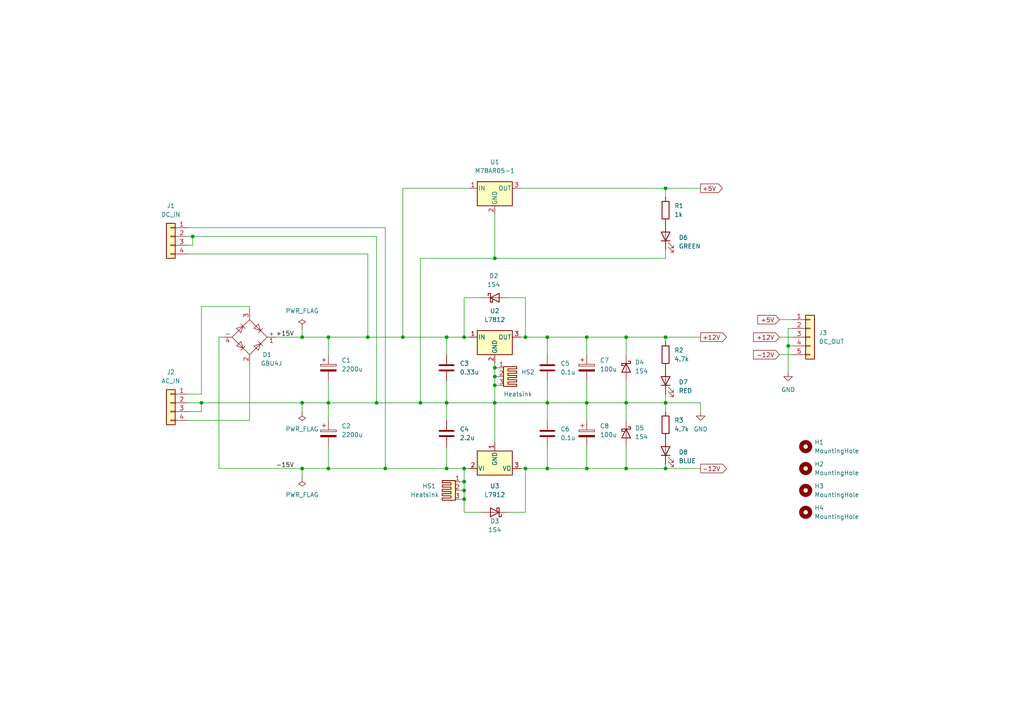
<source format=kicad_sch>
(kicad_sch (version 20211123) (generator eeschema)
  (paper "A4")
  (title_block (title "12VDual 5V PSU") (date "2023-12-29") (rev "Ver. 1.2") (company "PNPN Manufactory"))
  (lib_symbols
    (symbol "Connector_Generic:Conn_01x04" (pin_names (offset 1.016) hide)
      (property "Reference" "J" (at 0 5.08 0))
      (property "Value" "Conn_01x04" (at 0 -7.62 0))
      (symbol "Conn_01x04_1_1"
        (rectangle (start -1.27 -4.953) (end 0 -5.207) (stroke (width 0.1524)))
        (rectangle (start -1.27 -2.413) (end 0 -2.667) (stroke (width 0.1524)))
        (rectangle (start -1.27 0.127) (end 0 -0.127) (stroke (width 0.1524)))
        (rectangle (start -1.27 2.667) (end 0 2.413) (stroke (width 0.1524)))
        (rectangle (start -1.27 3.81) (end 1.27 -6.35) (stroke (width 0.254)) (fill (type background)))
        (pin passive line (at -5.08 2.54 0) (length 3.81) (name "Pin_1") (number "1"))
        (pin passive line (at -5.08 0 0) (length 3.81) (name "Pin_2") (number "2"))
        (pin passive line (at -5.08 -2.54 0) (length 3.81) (name "Pin_3") (number "3"))
        (pin passive line (at -5.08 -5.08 0) (length 3.81) (name "Pin_4") (number "4"))
      )
    )
    (symbol "Connector_Generic:Conn_01x05" (pin_names (offset 1.016) hide)
      (property "Reference" "J" (at 0 7.62 0))
      (property "Value" "Conn_01x05" (at 0 -7.62 0))
      (symbol "Conn_01x05_1_1"
        (rectangle (start -1.27 -4.953) (end 0 -5.207) (stroke (width 0.1524)))
        (rectangle (start -1.27 -2.413) (end 0 -2.667) (stroke (width 0.1524)))
        (rectangle (start -1.27 0.127) (end 0 -0.127) (stroke (width 0.1524)))
        (rectangle (start -1.27 2.667) (end 0 2.413) (stroke (width 0.1524)))
        (rectangle (start -1.27 5.207) (end 0 4.953) (stroke (width 0.1524)))
        (rectangle (start -1.27 6.35) (end 1.27 -6.35) (stroke (width 0.254)) (fill (type background)))
        (pin passive line (at -5.08 5.08 0) (length 3.81) (name "Pin_1") (number "1"))
        (pin passive line (at -5.08 2.54 0) (length 3.81) (name "Pin_2") (number "2"))
        (pin passive line (at -5.08 0 0) (length 3.81) (name "Pin_3") (number "3"))
        (pin passive line (at -5.08 -2.54 0) (length 3.81) (name "Pin_4") (number "4"))
        (pin passive line (at -5.08 -5.08 0) (length 3.81) (name "Pin_5") (number "5"))
      )
    )
    (symbol "Device:C" (pin_numbers hide) (pin_names (offset 0.254))
      (property "Reference" "C" (at 0.635 2.54 0))
      (property "Value" "C" (at 0.635 -2.54 0))
      (symbol "C_0_1"
        (polyline (pts (xy -2.032 -0.762) (xy 2.032 -0.762)) (stroke (width 0.508)))
        (polyline (pts (xy -2.032 0.762) (xy 2.032 0.762)) (stroke (width 0.508)))
      )
      (symbol "C_1_1"
        (pin passive line (at 0 3.81 270) (length 2.794) (name "~") (number "1"))
        (pin passive line (at 0 -3.81 90) (length 2.794) (name "~") (number "2"))
      )
    )
    (symbol "Device:C_Polarized" (pin_numbers hide) (pin_names (offset 0.254))
      (property "Reference" "C" (at 0.635 2.54 0))
      (property "Value" "C_Polarized" (at 0.635 -2.54 0))
      (symbol "C_Polarized_0_1"
        (rectangle (start -2.286 0.508) (end 2.286 1.016))
        (polyline (pts (xy -1.778 2.286) (xy -0.762 2.286)))
        (polyline (pts (xy -1.27 2.794) (xy -1.27 1.778)))
        (rectangle (start 2.286 -0.508) (end -2.286 -1.016) (fill (type outline)))
      )
      (symbol "C_Polarized_1_1"
        (pin passive line (at 0 3.81 270) (length 2.794) (name "~") (number "1"))
        (pin passive line (at 0 -3.81 90) (length 2.794) (name "~") (number "2"))
      )
    )
    (symbol "Device:D_Schottky" (pin_numbers hide) (pin_names (offset 1.016) hide)
      (property "Reference" "D" (at 0 2.54 0))
      (property "Value" "D_Schottky" (at 0 -2.54 0))
      (symbol "D_Schottky_0_1"
        (polyline (pts (xy 1.27 0) (xy -1.27 0)))
        (polyline (pts (xy 1.27 1.27) (xy 1.27 -1.27) (xy -1.27 0) (xy 1.27 1.27)) (stroke (width 0.254)))
        (polyline (pts (xy -1.905 0.635) (xy -1.905 1.27) (xy -1.27 1.27) (xy -1.27 -1.27) (xy -0.635 -1.27) (xy -0.635 -0.635)) (stroke (width 0.254)))
      )
      (symbol "D_Schottky_1_1"
        (pin passive line (at -3.81 0 0) (length 2.54) (name "K") (number "1"))
        (pin passive line (at 3.81 0 180) (length 2.54) (name "A") (number "2"))
      )
    )
    (symbol "Device:LED" (pin_numbers hide) (pin_names (offset 1.016) hide)
      (property "Reference" "D" (at 0 2.54 0))
      (property "Value" "LED" (at 0 -2.54 0))
      (symbol "LED_0_1"
        (polyline (pts (xy -1.27 -1.27) (xy -1.27 1.27)) (stroke (width 0.254)))
        (polyline (pts (xy -1.27 0) (xy 1.27 0)))
        (polyline (pts (xy 1.27 -1.27) (xy 1.27 1.27) (xy -1.27 0) (xy 1.27 -1.27)) (stroke (width 0.254)))
        (polyline (pts (xy -3.048 -0.762) (xy -4.572 -2.286) (xy -3.81 -2.286) (xy -4.572 -2.286) (xy -4.572 -1.524)))
        (polyline (pts (xy -1.778 -0.762) (xy -3.302 -2.286) (xy -2.54 -2.286) (xy -3.302 -2.286) (xy -3.302 -1.524)))
      )
      (symbol "LED_1_1"
        (pin passive line (at -3.81 0 0) (length 2.54) (name "K") (number "1"))
        (pin passive line (at 3.81 0 180) (length 2.54) (name "A") (number "2"))
      )
    )
    (symbol "Device:R" (pin_numbers hide) (pin_names (offset 0))
      (property "Reference" "R" (at 2.032 0 90))
      (property "Value" "R" (at 0 0 90))
      (symbol "R_0_1"
        (rectangle (start -1.016 -2.54) (end 1.016 2.54) (stroke (width 0.254)))
      )
      (symbol "R_1_1"
        (pin passive line (at 0 3.81 270) (length 1.27) (name "~") (number "1"))
        (pin passive line (at 0 -3.81 90) (length 1.27) (name "~") (number "2"))
      )
    )
    (symbol "Diode_Bridge:GBU4J" (pin_names (offset 0))
      (property "Reference" "D" (at 2.54 6.985 0))
      (property "Value" "GBU4J" (at 2.54 5.08 0))
      (symbol "GBU4J_0_1"
        (polyline (pts (xy -2.54 3.81) (xy -1.27 2.54)))
        (polyline (pts (xy -1.27 -2.54) (xy -2.54 -3.81)))
        (polyline (pts (xy 2.54 -1.27) (xy 3.81 -2.54)))
        (polyline (pts (xy 2.54 1.27) (xy 3.81 2.54)))
        (polyline (pts (xy -3.81 2.54) (xy -2.54 1.27) (xy -1.905 3.175) (xy -3.81 2.54)))
        (polyline (pts (xy -2.54 -1.27) (xy -3.81 -2.54) (xy -1.905 -3.175) (xy -2.54 -1.27)))
        (polyline (pts (xy 1.27 2.54) (xy 2.54 3.81) (xy 3.175 1.905) (xy 1.27 2.54)))
        (polyline (pts (xy 3.175 -1.905) (xy 1.27 -2.54) (xy 2.54 -3.81) (xy 3.175 -1.905)))
        (polyline (pts (xy -5.08 0) (xy 0 -5.08) (xy 5.08 0) (xy 0 5.08) (xy -5.08 0)))
      )
      (symbol "GBU4J_1_1"
        (pin passive line (at 7.62 0 180) (length 2.54) (name "+") (number "1"))
        (pin passive line (at 0 -7.62 90) (length 2.54) (name "~") (number "2"))
        (pin passive line (at 0 7.62 270) (length 2.54) (name "~") (number "3"))
        (pin passive line (at -7.62 0 0) (length 2.54) (name "-") (number "4"))
      )
    )
    (symbol "Mechanical:Heatsink_Pad_3Pin" (pin_names (offset 0))
      (property "Reference" "HS" (at 0 5.715 0))
      (property "Value" "Heatsink_Pad_3Pin" (at 0 3.81 0))
      (symbol "Heatsink_Pad_3Pin_0_1"
        (polyline (pts (xy -0.3302 0) (xy -0.9652 0) (xy -0.9652 2.54) (xy -1.6002 2.54) (xy -1.6002 0) (xy -2.2352 0) (xy -2.2352 2.54) (xy -2.8702 2.54) (xy -2.8702 -1.27) (xy -0.9652 -1.27)) (stroke (width 0.254)) (fill (type background)))
        (polyline (pts (xy -0.3302 0) (xy -0.3302 2.54) (xy 0.3048 2.54) (xy 0.3048 0) (xy 0.9398 0) (xy 0.9398 2.54) (xy 1.5748 2.54) (xy 1.5748 0) (xy 2.2098 0) (xy 2.2098 2.54) (xy 2.8448 2.54) (xy 2.8448 -1.27) (xy -0.9652 -1.27)) (stroke (width 0.254)) (fill (type background)))
      )
      (symbol "Heatsink_Pad_3Pin_1_1"
        (pin passive line (at -2.54 -2.54 90) (length 1.27) (name "~") (number "1"))
        (pin passive line (at 0 -2.54 90) (length 1.27) (name "~") (number "2"))
        (pin passive line (at 2.54 -2.54 90) (length 1.27) (name "~") (number "3"))
      )
    )
    (symbol "Mechanical:MountingHole" (pin_names (offset 1.016))
      (property "Reference" "H" (at 0 5.08 0))
      (property "Value" "MountingHole" (at 0 3.175 0))
      (symbol "MountingHole_0_1"
        (circle (center 0 0) (radius 1.27) (stroke (width 1.27)))
      )
    )
    (symbol "Regulator_Linear:L7805" (pin_names (offset 0.254))
      (property "Reference" "U" (at -3.81 3.175 0))
      (property "Value" "L7805" (at 0 3.175 0))
      (symbol "L7805_0_1"
        (rectangle (start -5.08 1.905) (end 5.08 -5.08) (stroke (width 0.254)) (fill (type background)))
      )
      (symbol "L7805_1_1"
        (pin power_in line (at -7.62 0 0) (length 2.54) (name "IN") (number "1"))
        (pin power_in line (at 0 -7.62 90) (length 2.54) (name "GND") (number "2"))
        (pin power_out line (at 7.62 0 180) (length 2.54) (name "OUT") (number "3"))
      )
    )
    (symbol "Regulator_Linear:L7812" (pin_names (offset 0.254))
      (property "Reference" "U" (at -3.81 3.175 0))
      (property "Value" "L7812" (at 0 3.175 0))
      (symbol "L7812_0_1"
        (rectangle (start -5.08 1.905) (end 5.08 -5.08) (stroke (width 0.254)) (fill (type background)))
      )
      (symbol "L7812_1_1"
        (pin power_in line (at -7.62 0 0) (length 2.54) (name "IN") (number "1"))
        (pin power_in line (at 0 -7.62 90) (length 2.54) (name "GND") (number "2"))
        (pin power_out line (at 7.62 0 180) (length 2.54) (name "OUT") (number "3"))
      )
    )
    (symbol "Regulator_Linear:L7912" (pin_names (offset 0.254))
      (property "Reference" "U" (at -3.81 -3.175 0))
      (property "Value" "L7912" (at 0 -3.175 0))
      (symbol "L7912_0_1"
        (rectangle (start -5.08 5.08) (end 5.08 -1.905) (stroke (width 0.254)) (fill (type background)))
      )
      (symbol "L7912_1_1"
        (pin power_in line (at 0 7.62 270) (length 2.54) (name "GND") (number "1"))
        (pin power_in line (at -7.62 0 0) (length 2.54) (name "VI") (number "2"))
        (pin power_out line (at 7.62 0 180) (length 2.54) (name "VO") (number "3"))
      )
    )
    (symbol "power:GND" (power) (pin_names (offset 0))
      (property "Value" "GND" (at 0 -3.81 0))
      (symbol "GND_0_1"
        (polyline (pts (xy 0 0) (xy 0 -1.27) (xy 1.27 -1.27) (xy 0 -2.54) (xy -1.27 -1.27) (xy 0 -1.27)))
      )
      (symbol "GND_1_1"
        (pin power_in line (at 0 0 270) (length 0) hide (name "GND") (number "1"))
      )
    )
    (symbol "power:PWR_FLAG" (power) (pin_numbers hide) (pin_names (offset 0) hide)
      (property "Value" "PWR_FLAG" (at 0 3.81 0))
      (symbol "PWR_FLAG_0_0"
        (pin power_out line (at 0 0 90) (length 0) (name "pwr") (number "1"))
      )
      (symbol "PWR_FLAG_0_1"
        (polyline (pts (xy 0 0) (xy 0 1.27) (xy -1.016 1.905) (xy 0 2.54) (xy 1.016 1.905) (xy 0 1.27)))
      )
    )
  )
  (junction (at 87.63 135.89))
  (junction (at 181.61 135.89))
  (junction (at 193.04 97.79))
  (junction (at 95.25 135.89))
  (junction (at 87.63 116.84))
  (junction (at 143.51 106.68))
  (junction (at 134.62 144.78))
  (junction (at 193.04 116.84))
  (junction (at 143.51 111.76))
  (junction (at 134.62 139.7))
  (junction (at 129.54 97.79))
  (junction (at 106.68 97.79))
  (junction (at 152.4 135.89))
  (junction (at 143.51 109.22))
  (junction (at 181.61 116.84))
  (junction (at 55.88 68.58))
  (junction (at 170.18 135.89))
  (junction (at 152.4 97.79))
  (junction (at 129.54 116.84))
  (junction (at 129.54 135.89))
  (junction (at 116.84 97.79))
  (junction (at 134.62 97.79))
  (junction (at 181.61 97.79))
  (junction (at 143.51 74.93))
  (junction (at 170.18 97.79))
  (junction (at 228.6 100.33))
  (junction (at 134.62 142.24))
  (junction (at 134.62 135.89))
  (junction (at 158.75 116.84))
  (junction (at 170.18 116.84))
  (junction (at 193.04 135.89))
  (junction (at 111.76 135.89))
  (junction (at 87.63 97.79))
  (junction (at 95.25 116.84))
  (junction (at 58.42 116.84))
  (junction (at 143.51 116.84))
  (junction (at 121.92 116.84))
  (junction (at 158.75 97.79))
  (junction (at 193.04 54.61))
  (junction (at 109.22 116.84))
  (junction (at 95.25 97.79))
  (junction (at 158.75 135.89))
  (wire (pts (xy 54.61 119.38) (xy 58.42 119.38)))
  (wire (pts (xy 193.04 116.84) (xy 203.2 116.84)))
  (wire (pts (xy 151.13 97.79) (xy 152.4 97.79)))
  (wire (pts (xy 226.06 102.87) (xy 229.87 102.87)))
  (wire (pts (xy 54.61 68.58) (xy 55.88 68.58)))
  (wire (pts (xy 80.01 97.79) (xy 87.63 97.79)))
  (wire (pts (xy 116.84 54.61) (xy 135.89 54.61)))
  (wire (pts (xy 193.04 54.61) (xy 203.2 54.61)))
  (wire (pts (xy 147.32 86.36) (xy 152.4 86.36)))
  (wire (pts (xy 147.32 148.59) (xy 152.4 148.59)))
  (wire (pts (xy 143.51 105.41) (xy 143.51 106.68)))
  (wire (pts (xy 54.61 114.3) (xy 58.42 114.3)))
  (wire (pts (xy 95.25 110.49) (xy 95.25 116.84)))
  (wire (pts (xy 143.51 109.22) (xy 143.51 111.76)))
  (wire (pts (xy 121.92 116.84) (xy 129.54 116.84)))
  (wire (pts (xy 111.76 135.89) (xy 129.54 135.89)))
  (wire (pts (xy 143.51 111.76) (xy 144.78 111.76)))
  (wire (pts (xy 116.84 97.79) (xy 129.54 97.79)))
  (wire (pts (xy 121.92 74.93) (xy 121.92 116.84)))
  (wire (pts (xy 143.51 116.84) (xy 143.51 128.27)))
  (wire (pts (xy 143.51 106.68) (xy 143.51 109.22)))
  (wire (pts (xy 109.22 68.58) (xy 109.22 116.84)))
  (wire (pts (xy 143.51 74.93) (xy 193.04 74.93)))
  (wire (pts (xy 158.75 129.54) (xy 158.75 135.89)))
  (wire (pts (xy 158.75 97.79) (xy 170.18 97.79)))
  (wire (pts (xy 72.39 88.9) (xy 72.39 90.17)))
  (wire (pts (xy 87.63 97.79) (xy 95.25 97.79)))
  (wire (pts (xy 129.54 110.49) (xy 129.54 116.84)))
  (wire (pts (xy 158.75 97.79) (xy 158.75 102.87)))
  (wire (pts (xy 129.54 97.79) (xy 129.54 102.87)))
  (wire (pts (xy 87.63 116.84) (xy 87.63 119.38)))
  (wire (pts (xy 106.68 73.66) (xy 106.68 97.79)))
  (wire (pts (xy 158.75 110.49) (xy 158.75 116.84)))
  (wire (pts (xy 158.75 116.84) (xy 158.75 121.92)))
  (wire (pts (xy 139.7 86.36) (xy 134.62 86.36)))
  (wire (pts (xy 226.06 92.71) (xy 229.87 92.71)))
  (wire (pts (xy 181.61 97.79) (xy 193.04 97.79)))
  (wire (pts (xy 111.76 66.04) (xy 111.76 135.89)))
  (wire (pts (xy 193.04 72.39) (xy 193.04 74.93)))
  (wire (pts (xy 170.18 97.79) (xy 181.61 97.79)))
  (wire (pts (xy 181.61 102.87) (xy 181.61 97.79)))
  (wire (pts (xy 95.25 97.79) (xy 106.68 97.79)))
  (wire (pts (xy 135.89 135.89) (xy 134.62 135.89)))
  (wire (pts (xy 152.4 97.79) (xy 152.4 86.36)))
  (wire (pts (xy 170.18 97.79) (xy 170.18 102.87)))
  (wire (pts (xy 170.18 110.49) (xy 170.18 116.84)))
  (wire (pts (xy 134.62 135.89) (xy 134.62 139.7)))
  (wire (pts (xy 143.51 109.22) (xy 144.78 109.22)))
  (wire (pts (xy 170.18 135.89) (xy 181.61 135.89)))
  (wire (pts (xy 95.25 116.84) (xy 109.22 116.84)))
  (wire (pts (xy 134.62 142.24) (xy 134.62 144.78)))
  (wire (pts (xy 158.75 135.89) (xy 170.18 135.89)))
  (wire (pts (xy 228.6 95.25) (xy 228.6 100.33)))
  (wire (pts (xy 95.25 129.54) (xy 95.25 135.89)))
  (wire (pts (xy 54.61 116.84) (xy 58.42 116.84)))
  (wire (pts (xy 151.13 54.61) (xy 193.04 54.61)))
  (wire (pts (xy 152.4 97.79) (xy 158.75 97.79)))
  (wire (pts (xy 58.42 114.3) (xy 58.42 88.9)))
  (wire (pts (xy 133.35 144.78) (xy 134.62 144.78)))
  (wire (pts (xy 95.25 97.79) (xy 95.25 102.87)))
  (wire (pts (xy 129.54 116.84) (xy 143.51 116.84)))
  (wire (pts (xy 87.63 135.89) (xy 87.63 138.43)))
  (wire (pts (xy 129.54 116.84) (xy 129.54 121.92)))
  (wire (pts (xy 134.62 139.7) (xy 134.62 142.24)))
  (wire (pts (xy 54.61 121.92) (xy 72.39 121.92)))
  (wire (pts (xy 193.04 116.84) (xy 193.04 119.38)))
  (wire (pts (xy 58.42 88.9) (xy 72.39 88.9)))
  (wire (pts (xy 228.6 100.33) (xy 229.87 100.33)))
  (wire (pts (xy 170.18 116.84) (xy 170.18 121.92)))
  (wire (pts (xy 193.04 114.3) (xy 193.04 116.84)))
  (wire (pts (xy 143.51 106.68) (xy 144.78 106.68)))
  (wire (pts (xy 152.4 148.59) (xy 152.4 135.89)))
  (wire (pts (xy 129.54 97.79) (xy 134.62 97.79)))
  (wire (pts (xy 228.6 95.25) (xy 229.87 95.25)))
  (wire (pts (xy 193.04 99.06) (xy 193.04 97.79)))
  (wire (pts (xy 143.51 116.84) (xy 158.75 116.84)))
  (wire (pts (xy 143.51 62.23) (xy 143.51 74.93)))
  (wire (pts (xy 109.22 116.84) (xy 121.92 116.84)))
  (wire (pts (xy 54.61 73.66) (xy 106.68 73.66)))
  (wire (pts (xy 106.68 97.79) (xy 116.84 97.79)))
  (wire (pts (xy 193.04 97.79) (xy 203.2 97.79)))
  (wire (pts (xy 64.77 97.79) (xy 63.5 97.79)))
  (wire (pts (xy 116.84 54.61) (xy 116.84 97.79)))
  (wire (pts (xy 228.6 100.33) (xy 228.6 107.95)))
  (wire (pts (xy 181.61 110.49) (xy 181.61 116.84)))
  (wire (pts (xy 181.61 116.84) (xy 181.61 121.92)))
  (wire (pts (xy 158.75 116.84) (xy 170.18 116.84)))
  (wire (pts (xy 226.06 97.79) (xy 229.87 97.79)))
  (wire (pts (xy 203.2 119.38) (xy 203.2 116.84)))
  (wire (pts (xy 95.25 135.89) (xy 111.76 135.89)))
  (wire (pts (xy 58.42 116.84) (xy 87.63 116.84)))
  (wire (pts (xy 181.61 135.89) (xy 193.04 135.89)))
  (wire (pts (xy 63.5 97.79) (xy 63.5 135.89)))
  (wire (pts (xy 151.13 135.89) (xy 152.4 135.89)))
  (wire (pts (xy 72.39 121.92) (xy 72.39 105.41)))
  (wire (pts (xy 55.88 71.12) (xy 55.88 68.58)))
  (wire (pts (xy 170.18 129.54) (xy 170.18 135.89)))
  (wire (pts (xy 193.04 135.89) (xy 203.2 135.89)))
  (wire (pts (xy 87.63 116.84) (xy 95.25 116.84)))
  (wire (pts (xy 134.62 148.59) (xy 139.7 148.59)))
  (wire (pts (xy 170.18 116.84) (xy 181.61 116.84)))
  (wire (pts (xy 54.61 66.04) (xy 111.76 66.04)))
  (wire (pts (xy 134.62 86.36) (xy 134.62 97.79)))
  (wire (pts (xy 181.61 116.84) (xy 193.04 116.84)))
  (wire (pts (xy 152.4 135.89) (xy 158.75 135.89)))
  (wire (pts (xy 193.04 134.62) (xy 193.04 135.89)))
  (wire (pts (xy 181.61 129.54) (xy 181.61 135.89)))
  (wire (pts (xy 121.92 74.93) (xy 143.51 74.93)))
  (wire (pts (xy 134.62 144.78) (xy 134.62 148.59)))
  (wire (pts (xy 129.54 135.89) (xy 134.62 135.89)))
  (wire (pts (xy 58.42 119.38) (xy 58.42 116.84)))
  (wire (pts (xy 63.5 135.89) (xy 87.63 135.89)))
  (wire (pts (xy 129.54 129.54) (xy 129.54 135.89)))
  (wire (pts (xy 54.61 71.12) (xy 55.88 71.12)))
  (wire (pts (xy 133.35 139.7) (xy 134.62 139.7)))
  (wire (pts (xy 87.63 135.89) (xy 95.25 135.89)))
  (wire (pts (xy 143.51 111.76) (xy 143.51 116.84)))
  (wire (pts (xy 55.88 68.58) (xy 109.22 68.58)))
  (wire (pts (xy 95.25 116.84) (xy 95.25 121.92)))
  (wire (pts (xy 134.62 97.79) (xy 135.89 97.79)))
  (wire (pts (xy 133.35 142.24) (xy 134.62 142.24)))
  (wire (pts (xy 193.04 57.15) (xy 193.04 54.61)))
  (wire (pts (xy 87.63 95.25) (xy 87.63 97.79)))
  (label "-15V" (at 80.01 135.89 0))
  (label "+15V" (at 80.01 97.79 0))
  (global_label "+12V" (shape input) (at 226.06 97.79 180) (property "Intersheet References" "${INTERSHEET_REFS}" (effects hide)))
  (global_label "-12V" (shape output) (at 203.2 135.89 0) (property "Intersheet References" "${INTERSHEET_REFS}" (effects hide)))
  (global_label "+12V" (shape output) (at 203.2 97.79 0) (property "Intersheet References" "${INTERSHEET_REFS}" (effects hide)))
  (global_label "+5V" (shape input) (at 226.06 92.71 180) (property "Intersheet References" "${INTERSHEET_REFS}" (effects hide)))
  (global_label "+5V" (shape output) (at 203.2 54.61 0) (property "Intersheet References" "${INTERSHEET_REFS}" (effects hide)))
  (global_label "-12V" (shape input) (at 226.06 102.87 180) (property "Intersheet References" "${INTERSHEET_REFS}" (effects hide)))
  (symbol (lib_id "Device:R") (at 193.04 102.87 0) (unit 1)
    (property "Reference" "R2" (at 195.58 101.5999 0) (effects (justify left)))
    (property "Value" "4.7k" (at 195.58 104.1399 0) (effects (justify left)))
    (property "Footprint" "Resistor_THT:R_Axial_DIN0207_L6.3mm_D2.5mm_P10.16mm_Horizontal" (effects hide))
  )
  (symbol (lib_id "power:PWR_FLAG") (at 87.63 138.43 180) (unit 1)
    (property "Reference" "#FLG03" (effects hide))
    (property "Value" "PWR_FLAG" (at 87.63 143.51 0))
  )
  (symbol (lib_id "Mechanical:MountingHole") (at 233.68 135.89 0) (unit 1)
    (property "Reference" "H2" (at 236.22 134.6199 0) (effects (justify left)))
    (property "Value" "MountingHole" (at 236.22 137.1599 0) (effects (justify left)))
    (property "Footprint" "MountingHole:MountingHole_3.2mm_M3" (effects hide))
  )
  (symbol (lib_id "Regulator_Linear:L7812") (at 143.51 97.79 0) (unit 1)
    (property "Reference" "U2" (at 143.51 90.17 0))
    (property "Value" "L7812" (at 143.51 92.71 0))
    (property "Footprint" "Package_TO_SOT_THT:TO-220F-3_Vertical" (effects hide))
    (property "Datasheet" "http://www.st.com/content/ccc/resource/technical/document/datasheet/41/4f/b3/b0/12/d4/47/88/CD00000444.pdf/files/CD00000444.pdf/jcr:content/translations/en.CD00000444.pdf" (effects hide))
  )
  (symbol (lib_id "Mechanical:Heatsink_Pad_3Pin") (at 147.32 109.22 270) (unit 1)
    (property "Reference" "HS2" (at 151.13 107.9372 90) (effects (justify left)))
    (property "Value" "Heatsink" (at 146.05 114.3 90) (effects (justify left)))
    (property "Footprint" "myfootprint:Heatsink_30PC030" (effects hide))
  )
  (symbol (lib_id "power:GND") (at 203.2 119.38 0) (unit 1)
    (property "Reference" "#PWR01" (effects hide))
    (property "Value" "GND" (at 203.2 124.46 0))
  )
  (symbol (lib_id "Mechanical:Heatsink_Pad_3Pin") (at 130.81 142.24 90) (mirror x) (unit 1)
    (property "Reference" "HS1" (at 124.46 140.97 90))
    (property "Value" "Heatsink" (at 123.19 143.51 90))
    (property "Footprint" "myfootprint:Heatsink_30PC030" (effects hide))
  )
  (symbol (lib_id "Connector_Generic:Conn_01x04") (at 49.53 68.58 0) (mirror y) (unit 1)
    (property "Reference" "J1" (at 49.53 59.69 0))
    (property "Value" "DC_IN" (at 49.53 62.23 0))
    (property "Footprint" "Connector_JST:JST_XH_B4B-XH-A_1x04_P2.50mm_Vertical" (effects hide))
  )
  (symbol (lib_id "Regulator_Linear:L7912") (at 143.51 135.89 0) (unit 1)
    (property "Reference" "U3" (at 143.51 140.97 0))
    (property "Value" "L7912" (at 143.51 143.51 0))
    (property "Footprint" "Package_TO_SOT_THT:TO-220F-3_Vertical" (effects hide))
    (property "Datasheet" "http://www.st.com/content/ccc/resource/technical/document/datasheet/c9/16/86/41/c7/2b/45/f2/CD00000450.pdf/files/CD00000450.pdf/jcr:content/translations/en.CD00000450.pdf" (effects hide))
  )
  (symbol (lib_id "Device:C") (at 158.75 106.68 0) (unit 1)
    (property "Reference" "C5" (at 162.56 105.4099 0) (effects (justify left)))
    (property "Value" "0.1u" (at 162.56 107.9499 0) (effects (justify left)))
    (property "Footprint" "Capacitor_THT:C_Disc_D3.0mm_W1.6mm_P2.50mm" (effects hide))
  )
  (symbol (lib_id "Device:R") (at 193.04 60.96 0) (unit 1)
    (property "Reference" "R1" (at 195.58 59.6899 0) (effects (justify left)))
    (property "Value" "1k" (at 195.58 62.2299 0) (effects (justify left)))
    (property "Footprint" "Resistor_THT:R_Axial_DIN0207_L6.3mm_D2.5mm_P10.16mm_Horizontal" (effects hide))
  )
  (symbol (lib_id "power:PWR_FLAG") (at 87.63 95.25 0) (unit 1)
    (property "Reference" "#FLG01" (effects hide))
    (property "Value" "PWR_FLAG" (at 87.63 90.17 0))
  )
  (symbol (lib_id "Device:C_Polarized") (at 95.25 125.73 0) (unit 1)
    (property "Reference" "C2" (at 99.06 123.5709 0) (effects (justify left)))
    (property "Value" "2200u" (at 99.06 126.1109 0) (effects (justify left)))
    (property "Footprint" "Capacitor_THT:CP_Radial_D16.0mm_P7.50mm" (effects hide))
  )
  (symbol (lib_id "Regulator_Linear:L7805") (at 143.51 54.61 0) (unit 1)
    (property "Reference" "U1" (at 143.51 46.99 0))
    (property "Value" "M78AR05-1" (at 143.51 49.53 0))
    (property "Footprint" "myfootprint:M78AR-1" (effects hide))
    (property "Datasheet" "http://www.st.com/content/ccc/resource/technical/document/datasheet/41/4f/b3/b0/12/d4/47/88/CD00000444.pdf/files/CD00000444.pdf/jcr:content/translations/en.CD00000444.pdf" (effects hide))
  )
  (symbol (lib_id "Device:R") (at 193.04 123.19 0) (unit 1)
    (property "Reference" "R3" (at 195.58 121.9199 0) (effects (justify left)))
    (property "Value" "4.7k" (at 195.58 124.4599 0) (effects (justify left)))
    (property "Footprint" "Resistor_THT:R_Axial_DIN0207_L6.3mm_D2.5mm_P10.16mm_Horizontal" (effects hide))
  )
  (symbol (lib_id "Device:C_Polarized") (at 170.18 125.73 0) (unit 1)
    (property "Reference" "C8" (at 173.99 123.5709 0) (effects (justify left)))
    (property "Value" "100u" (at 173.99 126.1109 0) (effects (justify left)))
    (property "Footprint" "Capacitor_THT:CP_Radial_D6.3mm_P2.50mm" (effects hide))
  )
  (symbol (lib_id "Device:C") (at 129.54 125.73 0) (unit 1)
    (property "Reference" "C4" (at 133.35 124.4599 0) (effects (justify left)))
    (property "Value" "2.2u" (at 133.35 126.9999 0) (effects (justify left)))
    (property "Footprint" "Capacitor_THT:C_Disc_D4.3mm_W1.9mm_P5.00mm" (effects hide))
  )
  (symbol (lib_id "Mechanical:MountingHole") (at 233.68 129.54 0) (unit 1)
    (property "Reference" "H1" (at 236.22 128.2699 0) (effects (justify left)))
    (property "Value" "MountingHole" (at 236.22 130.8099 0) (effects (justify left)))
    (property "Footprint" "MountingHole:MountingHole_3.2mm_M3" (effects hide))
  )
  (symbol (lib_id "Device:LED") (at 193.04 110.49 90) (unit 1)
    (property "Reference" "D7" (at 196.85 110.8074 90) (effects (justify right)))
    (property "Value" "RED" (at 196.85 113.3474 90) (effects (justify right)))
    (property "Footprint" "LED_THT:LED_D3.0mm" (effects hide))
  )
  (symbol (lib_id "Diode_Bridge:GBU4J") (at 72.39 97.79 0) (unit 1)
    (property "Reference" "D1" (at 77.47 102.87 0))
    (property "Value" "GBU4J" (at 78.74 105.41 0))
    (property "Footprint" "Diode_THT:Diode_Bridge_Vishay_GBU" (effects hide))
    (property "Datasheet" "http://www.vishay.com/docs/88656/gbu4a.pdf" (effects hide))
  )
  (symbol (lib_id "Connector_Generic:Conn_01x04") (at 49.53 116.84 0) (mirror y) (unit 1)
    (property "Reference" "J2" (at 49.53 107.95 0))
    (property "Value" "AC_IN" (at 49.53 110.49 0))
    (property "Footprint" "Connector_JST:JST_XH_B4B-XH-A_1x04_P2.50mm_Vertical" (effects hide))
  )
  (symbol (lib_id "power:GND") (at 228.6 107.95 0) (unit 1)
    (property "Reference" "#PWR02" (effects hide))
    (property "Value" "GND" (at 228.6 113.03 0))
  )
  (symbol (lib_id "Device:C") (at 158.75 125.73 0) (unit 1)
    (property "Reference" "C6" (at 162.56 124.4599 0) (effects (justify left)))
    (property "Value" "0.1u" (at 162.56 126.9999 0) (effects (justify left)))
    (property "Footprint" "Capacitor_THT:C_Disc_D3.0mm_W1.6mm_P2.50mm" (effects hide))
  )
  (symbol (lib_id "Connector_Generic:Conn_01x05") (at 234.95 97.79 0) (unit 1)
    (property "Reference" "J3" (at 237.49 96.5199 0) (effects (justify left)))
    (property "Value" "DC_OUT" (at 237.49 99.0599 0) (effects (justify left)))
    (property "Footprint" "Connector_JST:JST_XH_B5B-XH-A_1x05_P2.50mm_Vertical" (effects hide))
  )
  (symbol (lib_id "Device:D_Schottky") (at 181.61 125.73 270) (unit 1)
    (property "Reference" "D5" (at 184.15 124.1424 90) (effects (justify left)))
    (property "Value" "1S4" (at 184.15 126.6824 90) (effects (justify left)))
    (property "Footprint" "Diode_THT:D_DO-35_SOD27_P7.62mm_Horizontal" (effects hide))
  )
  (symbol (lib_id "Device:LED") (at 193.04 68.58 90) (unit 1)
    (property "Reference" "D6" (at 196.85 68.8974 90) (effects (justify right)))
    (property "Value" "GREEN" (at 196.85 71.4374 90) (effects (justify right)))
    (property "Footprint" "LED_THT:LED_D3.0mm" (effects hide))
  )
  (symbol (lib_id "Mechanical:MountingHole") (at 233.68 142.24 0) (unit 1)
    (property "Reference" "H3" (at 236.22 140.9699 0) (effects (justify left)))
    (property "Value" "MountingHole" (at 236.22 143.5099 0) (effects (justify left)))
    (property "Footprint" "MountingHole:MountingHole_3.2mm_M3" (effects hide))
  )
  (symbol (lib_id "power:PWR_FLAG") (at 87.63 119.38 180) (unit 1)
    (property "Reference" "#FLG02" (effects hide))
    (property "Value" "PWR_FLAG" (at 87.63 124.46 0))
  )
  (symbol (lib_id "Device:LED") (at 193.04 130.81 90) (unit 1)
    (property "Reference" "D8" (at 196.85 131.1274 90) (effects (justify right)))
    (property "Value" "BLUE" (at 196.85 133.6674 90) (effects (justify right)))
    (property "Footprint" "LED_THT:LED_D3.0mm" (effects hide))
  )
  (symbol (lib_id "Mechanical:MountingHole") (at 233.68 148.59 0) (unit 1)
    (property "Reference" "H4" (at 236.22 147.3199 0) (effects (justify left)))
    (property "Value" "MountingHole" (at 236.22 149.8599 0) (effects (justify left)))
    (property "Footprint" "MountingHole:MountingHole_3.2mm_M3" (effects hide))
  )
  (symbol (lib_id "Device:C_Polarized") (at 170.18 106.68 0) (unit 1)
    (property "Reference" "C7" (at 173.99 104.5209 0) (effects (justify left)))
    (property "Value" "100u" (at 173.99 107.0609 0) (effects (justify left)))
    (property "Footprint" "Capacitor_THT:CP_Radial_D6.3mm_P2.50mm" (effects hide))
  )
  (symbol (lib_id "Device:D_Schottky") (at 181.61 106.68 270) (unit 1)
    (property "Reference" "D4" (at 184.15 105.0924 90) (effects (justify left)))
    (property "Value" "1S4" (at 184.15 107.6324 90) (effects (justify left)))
    (property "Footprint" "Diode_THT:D_DO-35_SOD27_P7.62mm_Horizontal" (effects hide))
  )
  (symbol (lib_id "Device:C") (at 129.54 106.68 0) (unit 1)
    (property "Reference" "C3" (at 133.35 105.4099 0) (effects (justify left)))
    (property "Value" "0.33u" (at 133.35 107.9499 0) (effects (justify left)))
    (property "Footprint" "Capacitor_THT:C_Disc_D3.0mm_W1.6mm_P2.50mm" (effects hide))
  )
  (symbol (lib_id "Device:D_Schottky") (at 143.51 86.36 0) (unit 1)
    (property "Reference" "D2" (at 143.1925 80.01 0))
    (property "Value" "1S4" (at 143.1925 82.55 0))
    (property "Footprint" "Diode_THT:D_DO-35_SOD27_P7.62mm_Horizontal" (effects hide))
  )
  (symbol (lib_id "Device:C_Polarized") (at 95.25 106.68 0) (unit 1)
    (property "Reference" "C1" (at 99.06 104.5209 0) (effects (justify left)))
    (property "Value" "2200u" (at 99.06 107.0609 0) (effects (justify left)))
    (property "Footprint" "Capacitor_THT:CP_Radial_D16.0mm_P7.50mm" (effects hide))
  )
  (symbol (lib_id "Device:D_Schottky") (at 143.51 148.59 180) (unit 1)
    (property "Reference" "D3" (at 143.51 151.13 0))
    (property "Value" "1S4" (at 143.51 153.67 0))
    (property "Footprint" "Diode_THT:D_DO-35_SOD27_P7.62mm_Horizontal" (effects hide))
  )
)
</source>
